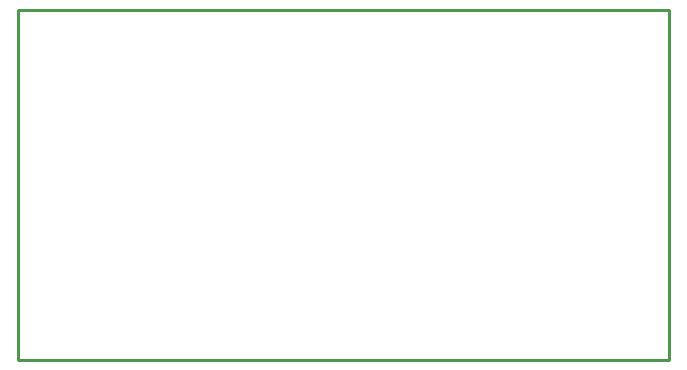
<source format=gbr>
%TF.GenerationSoftware,Altium Limited,Altium Designer,24.10.1 (45)*%
G04 Layer_Color=16711935*
%FSLAX45Y45*%
%MOMM*%
%TF.SameCoordinates,B7086401-7AB7-4448-8119-44CCD126B3FB*%
%TF.FilePolarity,Positive*%
%TF.FileFunction,Other,Mechanical_1*%
%TF.Part,Single*%
G01*
G75*
%TA.AperFunction,NonConductor*%
%ADD29C,0.25400*%
D29*
X3721100Y5359400D02*
X9232900D01*
X3721100Y8318500D02*
X9232900D01*
Y5359400D02*
Y8318500D01*
X3721100Y5359400D02*
Y8318500D01*
%TF.MD5,05fcce501e3837335835c00648f96904*%
M02*

</source>
